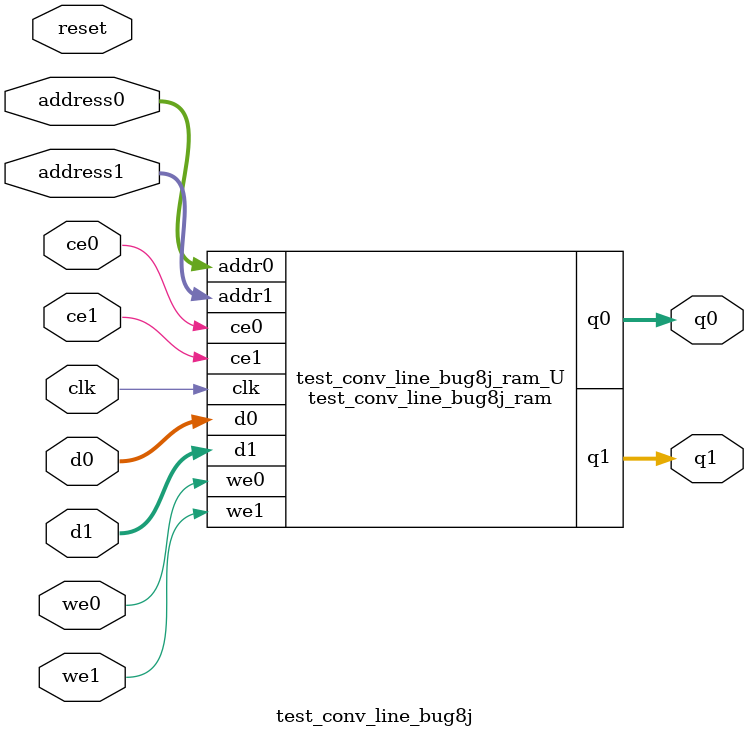
<source format=v>
`timescale 1 ns / 1 ps
module test_conv_line_bug8j_ram (addr0, ce0, d0, we0, q0, addr1, ce1, d1, we1, q1,  clk);

parameter DWIDTH = 4;
parameter AWIDTH = 16;
parameter MEM_SIZE = 61824;

input[AWIDTH-1:0] addr0;
input ce0;
input[DWIDTH-1:0] d0;
input we0;
output reg[DWIDTH-1:0] q0;
input[AWIDTH-1:0] addr1;
input ce1;
input[DWIDTH-1:0] d1;
input we1;
output reg[DWIDTH-1:0] q1;
input clk;

(* ram_style = "block" *)reg [DWIDTH-1:0] ram[0:MEM_SIZE-1];




always @(posedge clk)  
begin 
    if (ce0) begin
        if (we0) 
            ram[addr0] <= d0; 
        q0 <= ram[addr0];
    end
end


always @(posedge clk)  
begin 
    if (ce1) begin
        if (we1) 
            ram[addr1] <= d1; 
        q1 <= ram[addr1];
    end
end


endmodule

`timescale 1 ns / 1 ps
module test_conv_line_bug8j(
    reset,
    clk,
    address0,
    ce0,
    we0,
    d0,
    q0,
    address1,
    ce1,
    we1,
    d1,
    q1);

parameter DataWidth = 32'd4;
parameter AddressRange = 32'd61824;
parameter AddressWidth = 32'd16;
input reset;
input clk;
input[AddressWidth - 1:0] address0;
input ce0;
input we0;
input[DataWidth - 1:0] d0;
output[DataWidth - 1:0] q0;
input[AddressWidth - 1:0] address1;
input ce1;
input we1;
input[DataWidth - 1:0] d1;
output[DataWidth - 1:0] q1;



test_conv_line_bug8j_ram test_conv_line_bug8j_ram_U(
    .clk( clk ),
    .addr0( address0 ),
    .ce0( ce0 ),
    .we0( we0 ),
    .d0( d0 ),
    .q0( q0 ),
    .addr1( address1 ),
    .ce1( ce1 ),
    .we1( we1 ),
    .d1( d1 ),
    .q1( q1 ));

endmodule


</source>
